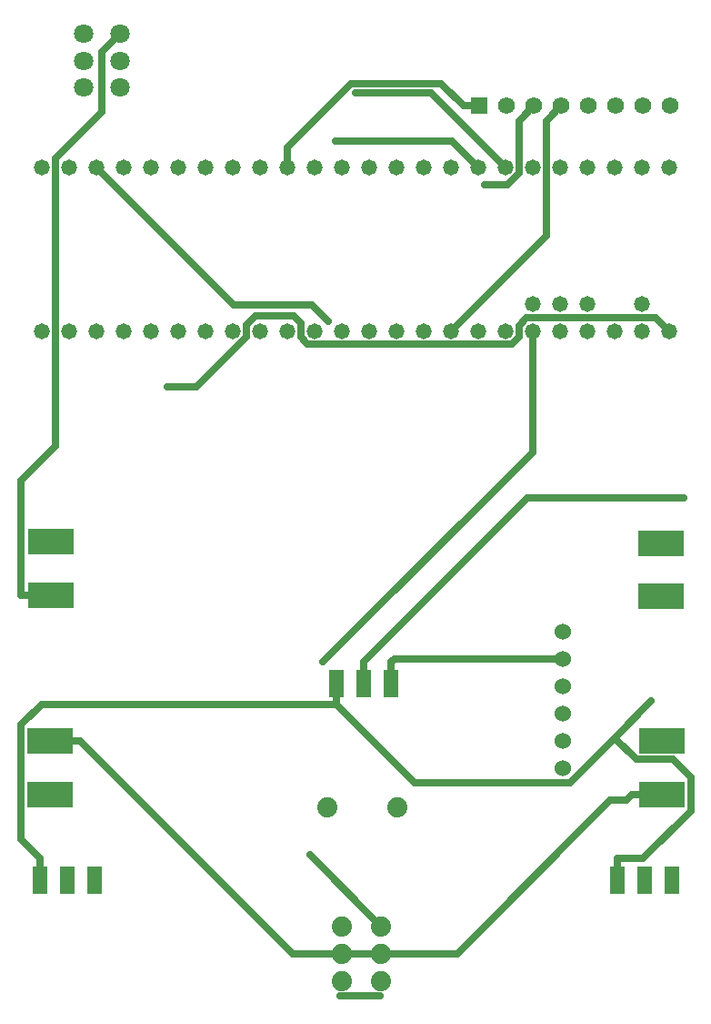
<source format=gbl>
G04 Layer: BottomLayer*
G04 EasyEDA v6.2.46, 2019-12-15T16:49:01--8:00*
G04 3ed96cd0468347919694e972acbd498c,95dd31e7bbc04d03a1fa04b442bf807f,10*
G04 Gerber Generator version 0.2*
G04 Scale: 100 percent, Rotated: No, Reflected: No *
G04 Dimensions in millimeters *
G04 leading zeros omitted , absolute positions ,3 integer and 3 decimal *
%FSLAX33Y33*%
%MOMM*%
G90*
G71D02*

%ADD11C,0.699999*%
%ADD13C,0.610006*%
%ADD18C,1.473200*%
%ADD19C,1.879600*%
%ADD20C,1.524000*%
%ADD21R,1.574800X1.574800*%
%ADD22C,1.574800*%
%ADD23R,1.414780X2.547620*%
%ADD24R,4.284980X2.379980*%
%ADD25C,1.799996*%

%LPD*%
G54D11*
G01X61948Y62738D02*
G01X60698Y63987D01*
G01X48714Y63987D01*
G01X47978Y63251D01*
G01X47978Y62151D01*
G01X47317Y61490D01*
G01X28326Y61490D01*
G01X27658Y62158D01*
G01X27658Y63474D01*
G01X26990Y64142D01*
G01X23454Y64142D01*
G01X22578Y63266D01*
G01X22578Y62156D01*
G01X17924Y57503D01*
G01X15262Y57503D01*
G01X31369Y889D02*
G01X35052Y889D01*
G01X36068Y29972D02*
G01X36068Y31945D01*
G01X52070Y32258D02*
G01X36380Y32258D01*
G01X36068Y31945D01*
G01X4445Y38150D02*
G01X1602Y38150D01*
G01X35179Y4826D02*
G01X42222Y4826D01*
G01X42222Y4826D02*
G01X56527Y19133D01*
G01X58498Y19608D02*
G01X58021Y19133D01*
G01X56527Y19133D01*
G01X31496Y4826D02*
G01X35179Y4826D01*
G01X7162Y24587D02*
G01X26924Y4826D01*
G01X31496Y4826D01*
G01X4318Y24587D02*
G01X7162Y24587D01*
G01X61341Y19608D02*
G01X58498Y19608D01*
G01X51943Y83693D02*
G01X50518Y82268D01*
G01X50518Y71628D01*
G01X41628Y62738D01*
G01X32738Y84853D02*
G01X39832Y84853D01*
G01X46708Y77978D01*
G01X44168Y77978D02*
G01X41724Y80421D01*
G01X30911Y80421D01*
G01X8608Y77978D02*
G01X21440Y65145D01*
G01X28691Y65145D01*
G01X30218Y63619D01*
G01X56916Y24881D02*
G01X60325Y28293D01*
G01X30988Y27995D02*
G01X38267Y20718D01*
G01X52753Y20718D01*
G01X56916Y24881D01*
G01X56916Y24881D02*
G01X58915Y22885D01*
G01X62290Y22885D01*
G01X63995Y21178D01*
G01X63995Y18110D01*
G01X59545Y13657D01*
G01X57150Y13657D01*
G01X57150Y11684D02*
G01X57150Y13657D01*
G01X3429Y11684D02*
G01X3429Y13657D01*
G01X3429Y13657D02*
G01X1663Y15425D01*
G01X1663Y26085D01*
G01X3576Y27995D01*
G01X30988Y27995D01*
G01X30988Y29972D02*
G01X30988Y27995D01*
G01X49403Y83693D02*
G01X47998Y82288D01*
G01X47998Y77444D01*
G01X46911Y76360D01*
G01X44764Y76360D01*
G01X44323Y83693D02*
G01X42834Y83693D01*
G01X42834Y83693D02*
G01X40769Y85758D01*
G01X32369Y85758D01*
G01X26388Y79776D01*
G01X26388Y77978D01*
G01X33528Y31945D02*
G01X48778Y47195D01*
G01X63322Y47195D01*
G01X33528Y29972D02*
G01X33528Y31945D01*
G01X49248Y62738D02*
G01X49248Y51457D01*
G01X29768Y31978D01*
G01X35179Y7366D02*
G01X28567Y13977D01*
G01X10843Y90383D02*
G01X9144Y88684D01*
G01X9144Y83146D01*
G01X4798Y78798D01*
G01X4798Y52019D01*
G01X1602Y48823D01*
G01X1602Y38150D01*
G54D18*
G01X61947Y77979D03*
G01X59407Y77979D03*
G01X56867Y77979D03*
G01X54327Y77979D03*
G01X51787Y77979D03*
G01X49247Y77979D03*
G01X46707Y77979D03*
G01X44167Y77979D03*
G01X41627Y77979D03*
G01X39087Y77979D03*
G01X36547Y77979D03*
G01X34007Y77979D03*
G01X31467Y77979D03*
G01X28927Y77979D03*
G01X23847Y77979D03*
G01X21307Y77979D03*
G01X18767Y77979D03*
G01X16227Y77979D03*
G01X28927Y62739D03*
G01X31467Y62739D03*
G01X34007Y62739D03*
G01X36547Y62739D03*
G01X39087Y62739D03*
G01X41627Y62739D03*
G01X44167Y62739D03*
G01X46707Y62739D03*
G01X49247Y62739D03*
G01X51787Y62739D03*
G01X54327Y62739D03*
G01X56867Y62739D03*
G01X59407Y62739D03*
G01X61947Y62739D03*
G01X59407Y65279D03*
G01X54327Y65279D03*
G01X51787Y65279D03*
G01X49247Y65279D03*
G01X26387Y77979D03*
G01X16227Y62739D03*
G01X18767Y62739D03*
G01X21307Y62739D03*
G01X23847Y62739D03*
G01X26387Y62739D03*
G01X13687Y77979D03*
G01X11147Y77979D03*
G01X8607Y77979D03*
G01X6067Y77979D03*
G01X3527Y77979D03*
G01X3527Y62739D03*
G01X13687Y62739D03*
G01X11147Y62739D03*
G01X8607Y62739D03*
G01X6067Y62739D03*
G54D19*
G01X30149Y18415D03*
G01X36652Y18415D03*
G01X35179Y7366D03*
G01X35179Y4826D03*
G01X35179Y2286D03*
G01X31496Y7366D03*
G01X31496Y4826D03*
G01X31496Y2286D03*
G54D20*
G01X52070Y34798D03*
G01X52070Y32258D03*
G01X52070Y29718D03*
G01X52070Y27178D03*
G01X52070Y24638D03*
G01X52070Y22098D03*
G54D21*
G01X44323Y83693D03*
G54D22*
G01X46863Y83693D03*
G01X49403Y83693D03*
G01X51943Y83693D03*
G01X54483Y83693D03*
G01X57023Y83693D03*
G01X59563Y83693D03*
G01X62103Y83693D03*
G54D23*
G01X30988Y29972D03*
G01X33528Y29972D03*
G01X36068Y29972D03*
G01X57150Y11684D03*
G01X59690Y11684D03*
G01X62230Y11684D03*
G01X3429Y11684D03*
G01X5969Y11684D03*
G01X8509Y11684D03*
G54D24*
G01X4445Y38150D03*
G01X4445Y43129D03*
G01X61214Y43002D03*
G01X61214Y38023D03*
G01X61341Y24587D03*
G01X61341Y19608D03*
G01X4318Y19608D03*
G01X4318Y24587D03*
G54D25*
G01X7443Y87884D03*
G01X7443Y85384D03*
G01X10844Y90383D03*
G01X10844Y87884D03*
G01X10844Y85384D03*
G01X7443Y90383D03*
G54D13*
G01X15262Y57503D03*
G01X56527Y19133D03*
G01X32738Y84853D03*
G01X30911Y80421D03*
G01X30218Y63619D03*
G01X60325Y28293D03*
G01X44764Y76360D03*
G01X63322Y47195D03*
G01X29768Y31978D03*
G01X28567Y13977D03*
M00*
M02*

</source>
